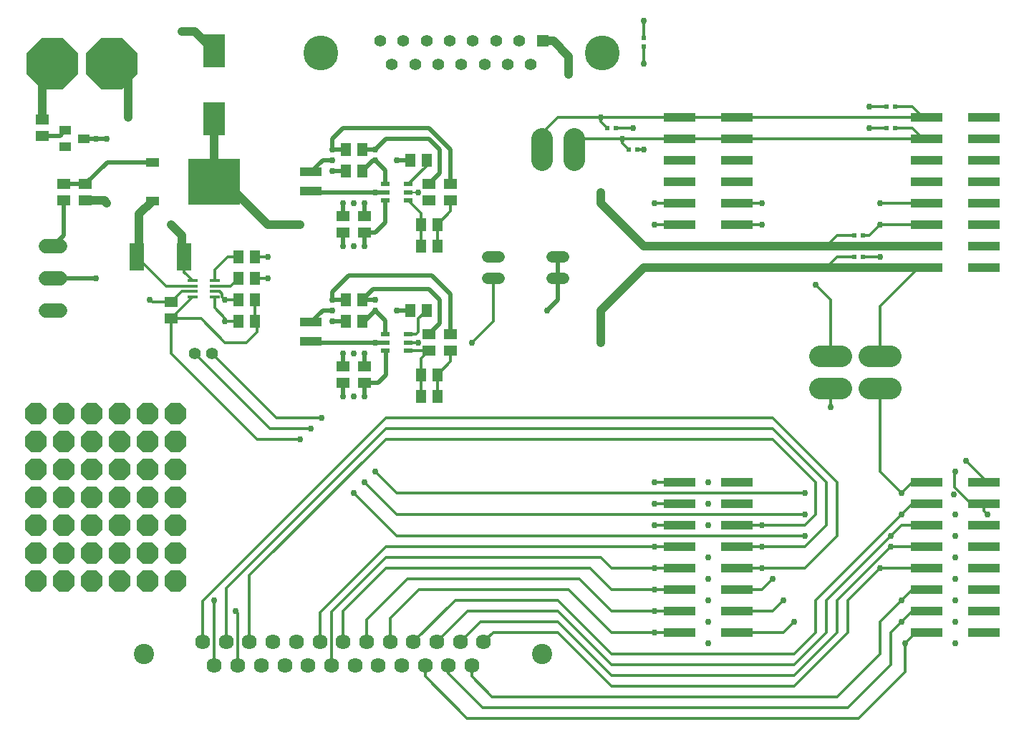
<source format=gbr>
G04 EAGLE Gerber RS-274X export*
G75*
%MOMM*%
%FSLAX34Y34*%
%LPD*%
%INTop Copper*%
%IPPOS*%
%AMOC8*
5,1,8,0,0,1.08239X$1,22.5*%
G01*
%ADD10R,1.300000X1.500000*%
%ADD11R,1.500000X1.300000*%
%ADD12R,2.500000X4.000000*%
%ADD13R,1.400000X1.000000*%
%ADD14R,2.540000X1.000000*%
%ADD15R,6.200000X5.400000*%
%ADD16R,1.600000X1.000000*%
%ADD17C,1.676400*%
%ADD18R,1.050000X0.600000*%
%ADD19P,6.511658X8X202.500000*%
%ADD20R,1.200000X0.400000*%
%ADD21C,1.408000*%
%ADD22C,1.320800*%
%ADD23R,1.408000X1.408000*%
%ADD24C,4.116000*%
%ADD25R,1.800000X3.200000*%
%ADD26C,1.790700*%
%ADD27C,2.400300*%
%ADD28C,2.552700*%
%ADD29R,3.750000X1.000000*%
%ADD30R,0.600000X0.500000*%
%ADD31R,0.500000X0.600000*%
%ADD32P,2.749271X8X22.500000*%
%ADD33C,0.756400*%
%ADD34C,0.508000*%
%ADD35C,0.152400*%
%ADD36C,0.304800*%
%ADD37C,1.016000*%
%ADD38C,0.308000*%
%ADD39C,0.200000*%


D10*
X409600Y698500D03*
X428600Y698500D03*
X409600Y723900D03*
X428600Y723900D03*
X517500Y635000D03*
X498500Y635000D03*
D11*
X406400Y447700D03*
X406400Y466700D03*
X431800Y447700D03*
X431800Y466700D03*
D10*
X504800Y533400D03*
X485800Y533400D03*
X409600Y520700D03*
X428600Y520700D03*
X409600Y546100D03*
X428600Y546100D03*
X517500Y457200D03*
X498500Y457200D03*
D12*
X254000Y760100D03*
X254000Y840100D03*
D11*
X406400Y625500D03*
X406400Y644500D03*
X431800Y625500D03*
X431800Y644500D03*
D10*
X504800Y711200D03*
X485800Y711200D03*
D13*
X99900Y736600D03*
X77900Y727100D03*
X77900Y746100D03*
D14*
X368300Y674300D03*
X368300Y697300D03*
X368300Y496500D03*
X368300Y519500D03*
D15*
X253600Y685800D03*
D16*
X180600Y708600D03*
X180600Y663000D03*
D11*
X508000Y682600D03*
X508000Y663600D03*
X50800Y758800D03*
X50800Y739800D03*
X533400Y485800D03*
X533400Y504800D03*
D10*
X498500Y431800D03*
X517500Y431800D03*
D11*
X508000Y504800D03*
X508000Y485800D03*
X76200Y663600D03*
X76200Y682600D03*
X101600Y682600D03*
X101600Y663600D03*
X533400Y663600D03*
X533400Y682600D03*
D10*
X498500Y609600D03*
X517500Y609600D03*
D17*
X71882Y533400D02*
X55118Y533400D01*
X55118Y571500D02*
X71882Y571500D01*
X71882Y609600D02*
X55118Y609600D01*
D18*
X456400Y682600D03*
X456400Y673100D03*
X456400Y663600D03*
X483400Y673100D03*
X483400Y663600D03*
X483400Y682600D03*
X456400Y504800D03*
X456400Y495300D03*
X456400Y485800D03*
X483400Y495300D03*
X483400Y485800D03*
X483400Y504800D03*
D19*
X132800Y825500D03*
X62800Y825500D03*
D20*
X228300Y568550D03*
X228300Y562050D03*
X228300Y555550D03*
X228300Y549050D03*
X254300Y549050D03*
X254300Y555550D03*
X254300Y562050D03*
X254300Y568550D03*
D10*
X301600Y571500D03*
X282600Y571500D03*
X301600Y596900D03*
X282600Y596900D03*
X282600Y520700D03*
X301600Y520700D03*
X282600Y546100D03*
X301600Y546100D03*
D21*
X251300Y482600D03*
X231300Y482600D03*
D11*
X203200Y542900D03*
X203200Y523900D03*
D22*
X577596Y596900D02*
X590804Y596900D01*
X590804Y571500D02*
X577596Y571500D01*
X653796Y571500D02*
X667004Y571500D01*
X667004Y596900D02*
X653796Y596900D01*
D21*
X450200Y852400D03*
X477600Y852400D03*
X505000Y852400D03*
X532400Y852400D03*
X559800Y852400D03*
X587200Y852400D03*
X614600Y852400D03*
D23*
X642000Y852400D03*
D21*
X463900Y824000D03*
X491300Y824000D03*
X518700Y824000D03*
X546100Y824000D03*
X573500Y824000D03*
X600900Y824000D03*
X628300Y824000D03*
D24*
X379500Y838200D03*
X712700Y838200D03*
D25*
X162500Y596900D03*
X218500Y596900D03*
D26*
X406400Y141224D03*
X434086Y141224D03*
X461772Y141224D03*
X489458Y141224D03*
X517144Y141224D03*
X544830Y141224D03*
X572516Y141224D03*
X378714Y141224D03*
X351028Y141224D03*
X323342Y141224D03*
X295656Y141224D03*
X267970Y141224D03*
X240284Y141224D03*
X558673Y112776D03*
X530987Y112776D03*
X503301Y112776D03*
X475615Y112776D03*
X447929Y112776D03*
X420243Y112776D03*
X392557Y112776D03*
X364871Y112776D03*
X337185Y112776D03*
X309499Y112776D03*
X281813Y112776D03*
X254127Y112776D03*
D27*
X171196Y127000D03*
X641604Y127000D03*
D28*
X641350Y711137D02*
X641350Y736664D01*
X679450Y736664D02*
X679450Y711137D01*
D29*
X804450Y330200D03*
X871950Y330200D03*
X804450Y304800D03*
X871950Y304800D03*
X804450Y279400D03*
X871950Y279400D03*
X804450Y254000D03*
X871950Y254000D03*
X804450Y228600D03*
X871950Y228600D03*
X804450Y203200D03*
X871950Y203200D03*
X804450Y177800D03*
X871950Y177800D03*
X804450Y152400D03*
X871950Y152400D03*
X804450Y762000D03*
X871950Y762000D03*
X804450Y736600D03*
X871950Y736600D03*
X804450Y711200D03*
X871950Y711200D03*
X804450Y685800D03*
X871950Y685800D03*
X804450Y660400D03*
X871950Y660400D03*
X804450Y635000D03*
X871950Y635000D03*
X804450Y609600D03*
X871950Y609600D03*
X804450Y584200D03*
X871950Y584200D03*
X1096550Y762000D03*
X1164050Y762000D03*
X1096550Y736600D03*
X1164050Y736600D03*
X1096550Y711200D03*
X1164050Y711200D03*
X1096550Y685800D03*
X1164050Y685800D03*
X1096550Y660400D03*
X1164050Y660400D03*
X1096550Y635000D03*
X1164050Y635000D03*
X1096550Y609600D03*
X1164050Y609600D03*
X1096550Y584200D03*
X1164050Y584200D03*
X1096550Y330200D03*
X1164050Y330200D03*
X1096550Y304800D03*
X1164050Y304800D03*
X1096550Y279400D03*
X1164050Y279400D03*
X1096550Y254000D03*
X1164050Y254000D03*
X1096550Y228600D03*
X1164050Y228600D03*
X1096550Y203200D03*
X1164050Y203200D03*
X1096550Y177800D03*
X1164050Y177800D03*
X1096550Y152400D03*
X1164050Y152400D03*
D30*
X744300Y723900D03*
X754300Y723900D03*
X718900Y749300D03*
X728900Y749300D03*
D31*
X762000Y855900D03*
X762000Y845900D03*
D30*
X1059100Y774700D03*
X1049100Y774700D03*
X1059100Y749300D03*
X1049100Y749300D03*
X1011000Y622300D03*
X1021000Y622300D03*
X1011000Y596900D03*
X1021000Y596900D03*
D32*
X43180Y411480D03*
X43180Y378460D03*
X43180Y345440D03*
X43180Y312420D03*
X43180Y279400D03*
X43180Y246380D03*
X76200Y411480D03*
X76200Y378460D03*
X76200Y345440D03*
X76200Y312420D03*
X109220Y312420D03*
X76200Y279400D03*
X109220Y411480D03*
X76200Y246380D03*
X109220Y378460D03*
X76200Y213360D03*
X109220Y345440D03*
X109220Y213360D03*
X109220Y279400D03*
X142240Y411480D03*
X109220Y246380D03*
X142240Y378460D03*
X43180Y213360D03*
X142240Y345440D03*
X142240Y312420D03*
X142240Y279400D03*
X142240Y246380D03*
X142240Y213360D03*
X175260Y246380D03*
X175260Y378460D03*
X175260Y213360D03*
X175260Y345440D03*
X208280Y411480D03*
X175260Y312420D03*
X175260Y411480D03*
X175260Y279400D03*
X208280Y378460D03*
X208280Y213360D03*
X208280Y345440D03*
X208280Y312420D03*
X208280Y279400D03*
X208280Y246380D03*
D28*
X1028637Y440690D02*
X1054164Y440690D01*
X1054164Y478790D02*
X1028637Y478790D01*
X995744Y478790D02*
X970217Y478790D01*
X970217Y440690D02*
X995744Y440690D01*
D33*
X444500Y546100D03*
X444500Y533400D03*
X431800Y482600D03*
X419100Y482600D03*
X406400Y482600D03*
D34*
X456400Y504800D02*
X456400Y521500D01*
X444500Y533400D01*
X508000Y504800D02*
X520700Y517500D01*
X520700Y546100D01*
X508000Y558800D01*
X441300Y558800D02*
X428600Y546100D01*
X441300Y558800D02*
X508000Y558800D01*
X406400Y482600D02*
X406400Y466700D01*
X431800Y466700D02*
X431800Y482600D01*
D35*
X431800Y520700D02*
X428600Y520700D01*
D34*
X431800Y520700D02*
X444500Y533400D01*
X444500Y546100D02*
X428600Y546100D01*
D33*
X406400Y660400D03*
X419100Y660400D03*
X431800Y660400D03*
X444500Y723900D03*
X444500Y711200D03*
D34*
X444500Y723900D02*
X428600Y723900D01*
X441300Y711200D02*
X428600Y698500D01*
X441300Y711200D02*
X444500Y711200D01*
X456400Y699300D02*
X456400Y682600D01*
X456400Y699300D02*
X444500Y711200D01*
X406400Y660400D02*
X406400Y644500D01*
X431800Y644500D02*
X431800Y660400D01*
X508000Y682600D02*
X520700Y695300D01*
X520700Y723900D01*
X508000Y736600D01*
X457200Y736600D01*
X444500Y723900D01*
D36*
X228300Y555550D02*
X215834Y555550D01*
X203200Y542900D01*
D34*
X660400Y571500D02*
X660400Y596900D01*
D33*
X647700Y533400D03*
D34*
X660400Y546100D02*
X660400Y571500D01*
X660400Y546100D02*
X647700Y533400D01*
X114300Y571500D02*
X63500Y571500D01*
D36*
X181000Y542900D02*
X203200Y542900D01*
X181000Y542900D02*
X177800Y546100D01*
D33*
X114300Y571500D03*
X177800Y546100D03*
D37*
X50800Y758800D02*
X50800Y774700D01*
X50800Y813500D01*
X62800Y825500D01*
X230500Y863600D02*
X254000Y840100D01*
X230500Y863600D02*
X228600Y863600D01*
D33*
X215900Y863600D03*
D37*
X228600Y863600D01*
D33*
X228600Y863600D03*
X50800Y774700D03*
X317500Y596900D03*
X317500Y571500D03*
D36*
X317500Y596900D02*
X301600Y596900D01*
X871950Y660400D02*
X901700Y660400D01*
X901700Y635000D02*
X871950Y635000D01*
D33*
X901700Y635000D03*
X901700Y660400D03*
D36*
X804450Y660400D02*
X774700Y660400D01*
X774700Y635000D02*
X804450Y635000D01*
D33*
X774700Y635000D03*
X774700Y660400D03*
D36*
X1041400Y635000D02*
X1096550Y635000D01*
X1096550Y660400D02*
X1041400Y660400D01*
D33*
X1041400Y635000D03*
X1041400Y660400D03*
D37*
X673100Y834000D02*
X654700Y852400D01*
X642000Y852400D01*
X673100Y834000D02*
X673100Y812800D01*
D33*
X673100Y812800D03*
D36*
X317500Y571500D02*
X301600Y571500D01*
D38*
X754300Y723900D02*
X762000Y723900D01*
D33*
X762000Y723900D03*
D38*
X749300Y749300D02*
X728900Y749300D01*
D33*
X749300Y749300D03*
D38*
X762000Y825500D02*
X762000Y845900D01*
D33*
X762000Y825500D03*
D38*
X1028700Y774700D02*
X1049100Y774700D01*
D33*
X1028700Y774700D03*
D38*
X1028700Y749300D02*
X1049100Y749300D01*
D33*
X1028700Y749300D03*
D38*
X1028700Y622300D02*
X1021000Y622300D01*
X1028700Y622300D02*
X1041400Y635000D01*
X1041400Y596900D02*
X1021000Y596900D01*
D33*
X1041400Y596900D03*
X1130300Y139700D03*
X1130300Y165100D03*
X1130300Y190500D03*
X1128315Y315515D03*
X1130300Y292100D03*
X1130300Y266700D03*
X1130300Y241300D03*
X1130300Y215900D03*
X838200Y330200D03*
X838200Y304800D03*
X838200Y279400D03*
X838200Y139700D03*
X838200Y165100D03*
X838200Y190500D03*
X838200Y215900D03*
X838200Y241300D03*
D36*
X982980Y419100D02*
X982980Y440690D01*
D33*
X982980Y419100D03*
D34*
X406400Y431800D02*
X406400Y447700D01*
D35*
X431800Y447700D02*
X431800Y444500D01*
D33*
X406400Y431800D03*
X431800Y431800D03*
D34*
X431800Y444500D01*
D33*
X406400Y609600D03*
X431800Y609600D03*
X419100Y609600D03*
D34*
X456400Y637400D02*
X456400Y663600D01*
X456400Y637400D02*
X444500Y625500D01*
X431800Y625500D01*
X431800Y609600D01*
X406400Y609600D02*
X406400Y625500D01*
X431800Y447700D02*
X447700Y447700D01*
X457200Y457200D01*
X457200Y485000D01*
X456400Y485800D01*
D37*
X253600Y685800D02*
X253600Y759700D01*
X254000Y760100D01*
X253600Y685800D02*
X266700Y685800D01*
X317500Y635000D01*
X342900Y635000D01*
D33*
X355600Y635000D03*
D37*
X342900Y635000D01*
D33*
X342900Y635000D03*
X393700Y546100D03*
X393700Y533400D03*
X393700Y520700D03*
D34*
X393700Y546100D02*
X409600Y546100D01*
X409600Y520700D02*
X393700Y520700D01*
X382200Y533400D02*
X368300Y519500D01*
X382200Y533400D02*
X393700Y533400D01*
D35*
X533400Y504800D02*
X536448Y507848D01*
D34*
X413076Y574548D02*
X393700Y555172D01*
X393700Y546100D01*
X533400Y552196D02*
X533400Y504800D01*
X533400Y552196D02*
X511048Y574548D01*
X413076Y574548D01*
D37*
X804450Y584200D02*
X871950Y584200D01*
X939800Y584200D01*
X977900Y584200D01*
X1087120Y584200D01*
X1096550Y584200D01*
X804450Y584200D02*
X762000Y584200D01*
X711200Y533400D01*
X711200Y508000D01*
D33*
X711200Y495300D03*
D37*
X711200Y508000D01*
D33*
X711200Y508000D03*
X939800Y584200D03*
D38*
X762000Y855900D02*
X762000Y876300D01*
D33*
X762000Y876300D03*
D38*
X990600Y596900D02*
X1011000Y596900D01*
X990600Y596900D02*
X977900Y584200D01*
D36*
X1041400Y538480D02*
X1041400Y478790D01*
X1041400Y538480D02*
X1087120Y584200D01*
X517500Y609600D02*
X517500Y635000D01*
X533400Y650900D01*
X533400Y663600D01*
X498500Y635000D02*
X498500Y609600D01*
X498500Y635000D02*
X498500Y648500D01*
X483400Y663600D01*
D35*
X504800Y704000D02*
X504800Y711200D01*
D36*
X504800Y704000D02*
X483400Y682600D01*
D33*
X444500Y673100D03*
X469900Y711200D03*
D34*
X485800Y711200D01*
X456400Y673100D02*
X444500Y673100D01*
D35*
X369500Y673100D02*
X368300Y674300D01*
D34*
X369500Y673100D02*
X444500Y673100D01*
D36*
X533400Y473100D02*
X517500Y457200D01*
X533400Y473100D02*
X533400Y485800D01*
X517500Y457200D02*
X517500Y431800D01*
X498500Y457200D02*
X498500Y476300D01*
X508000Y485800D01*
X498500Y457200D02*
X498500Y431800D01*
X508000Y485800D02*
X483400Y485800D01*
X495300Y523900D02*
X504800Y533400D01*
X495300Y508000D02*
X492100Y504800D01*
X483400Y504800D01*
X495300Y508000D02*
X495300Y523900D01*
D34*
X456400Y495300D02*
X444500Y495300D01*
X369500Y495300D01*
D35*
X368300Y496500D01*
D33*
X444500Y495300D03*
X469900Y533400D03*
D34*
X485800Y533400D01*
D33*
X393700Y723900D03*
X393700Y711200D03*
X393700Y698500D03*
D34*
X382200Y711200D02*
X368300Y697300D01*
X382200Y711200D02*
X393700Y711200D01*
X393700Y698500D02*
X409600Y698500D01*
X409600Y723900D02*
X393700Y723900D01*
X533400Y723900D02*
X533400Y682600D01*
X533400Y723900D02*
X508000Y749300D01*
X406400Y749300D02*
X393700Y736600D01*
X393700Y723900D01*
X406400Y749300D02*
X508000Y749300D01*
D37*
X804450Y609600D02*
X871950Y609600D01*
X965200Y609600D01*
X977900Y609600D01*
X1096550Y609600D01*
X804450Y609600D02*
X762000Y609600D01*
X711200Y660400D01*
X711200Y673100D01*
D33*
X711200Y673100D03*
X711200Y660400D03*
D38*
X990600Y622300D02*
X1011000Y622300D01*
X990600Y622300D02*
X977900Y609600D01*
D33*
X965200Y609600D03*
D36*
X982980Y546100D02*
X982980Y478790D01*
X982980Y546100D02*
X965200Y563880D01*
D33*
X965200Y563880D03*
X495300Y673100D03*
D39*
X483400Y673100D01*
D33*
X495300Y495300D03*
D36*
X483400Y495300D01*
D33*
X558800Y495300D03*
D36*
X584200Y520700D01*
X584200Y571500D01*
X254300Y568550D02*
X254300Y581300D01*
X269900Y596900D01*
X282600Y596900D01*
X273150Y562050D02*
X254300Y562050D01*
X273150Y562050D02*
X282600Y571500D01*
D33*
X266700Y546100D03*
D39*
X259370Y555550D02*
X254300Y555550D01*
D36*
X266700Y546100D02*
X282600Y546100D01*
X263348Y549452D02*
X263348Y552313D01*
X263348Y549452D02*
X266700Y546100D01*
X260111Y555550D02*
X254300Y555550D01*
X260111Y555550D02*
X263348Y552313D01*
X231300Y482600D02*
X320200Y393700D01*
X368300Y393700D01*
D33*
X368300Y393700D03*
X431800Y330200D03*
D36*
X469900Y292100D01*
X952500Y292100D01*
D33*
X952500Y292100D03*
X1130300Y342900D03*
D36*
X1129552Y342152D01*
X1129552Y323938D01*
X1148690Y304800D02*
X1164050Y304800D01*
X1148690Y304800D02*
X1129552Y323938D01*
D33*
X1168400Y292100D03*
D38*
X1164050Y296450D01*
X1164050Y304800D01*
D36*
X282600Y520700D02*
X266700Y520700D01*
X266700Y523900D01*
X254300Y536300D01*
X254300Y549050D01*
X279400Y520700D02*
X282600Y520700D01*
X251300Y482600D02*
X327500Y406400D01*
X381000Y406400D01*
D33*
X381000Y406400D03*
X444500Y342900D03*
D36*
X469900Y317500D01*
X800100Y317500D01*
D33*
X952500Y317500D03*
D36*
X800100Y317500D01*
D33*
X1143000Y355600D03*
D36*
X1164050Y334550D01*
X1164050Y330200D01*
D33*
X266700Y520700D03*
D36*
X228300Y568550D02*
X220625Y576225D01*
X218500Y578350D01*
X218500Y596900D01*
D33*
X152400Y762000D03*
X152400Y774700D03*
X203200Y635000D03*
X215900Y622300D03*
D37*
X152400Y805900D02*
X132800Y825500D01*
X152400Y805900D02*
X152400Y774700D01*
X152400Y762000D01*
X215900Y599500D02*
X218500Y596900D01*
X215900Y599500D02*
X215900Y622300D01*
X203200Y635000D01*
D36*
X197350Y562050D02*
X228300Y562050D01*
X197350Y562050D02*
X162500Y596900D01*
D37*
X165100Y599500D01*
X165100Y647500D02*
X180600Y663000D01*
X165100Y647500D02*
X165100Y599500D01*
D33*
X127000Y736600D03*
X114300Y736600D03*
D34*
X99900Y736600D01*
X114300Y736600D02*
X127000Y736600D01*
D37*
X123800Y663600D02*
X101600Y663600D01*
X123800Y663600D02*
X127000Y660400D01*
D33*
X127000Y660400D03*
X165100Y647700D03*
D34*
X71600Y739800D02*
X50800Y739800D01*
X71600Y739800D02*
X77900Y746100D01*
X76200Y663600D02*
X76200Y622300D01*
X63500Y609600D01*
D35*
X101600Y680833D02*
X101600Y682600D01*
D34*
X127600Y708600D01*
X180600Y708600D01*
X101600Y682600D02*
X76200Y682600D01*
D33*
X419100Y431800D03*
D36*
X228300Y549050D02*
X203200Y523950D01*
D39*
X203200Y523900D01*
D36*
X301600Y520700D02*
X301600Y546100D01*
X301600Y520700D02*
X304800Y517500D01*
X304800Y508000D01*
X292100Y495300D01*
X238100Y523900D02*
X203200Y523900D01*
X266700Y495300D02*
X292100Y495300D01*
X266700Y495300D02*
X238100Y523900D01*
X203200Y523900D02*
X203200Y482600D01*
X304800Y381000D01*
X355600Y381000D01*
D33*
X355600Y381000D03*
X419100Y317500D03*
D36*
X469900Y266700D01*
X952500Y266700D01*
D33*
X952500Y266700D03*
X1066800Y317500D03*
D36*
X1079500Y330200D01*
X1096550Y330200D01*
X1041400Y342900D02*
X1041400Y440690D01*
X1041400Y342900D02*
X1066800Y317500D01*
X1092200Y762000D02*
X1096550Y762000D01*
X1092200Y762000D02*
X871950Y762000D01*
X804450Y762000D02*
X711200Y762000D01*
X660400Y762000D01*
X641350Y742950D01*
X641350Y723900D01*
X804450Y762000D02*
X871950Y762000D01*
D33*
X711200Y762000D03*
D38*
X711200Y757000D02*
X718900Y749300D01*
X711200Y757000D02*
X711200Y762000D01*
X1059100Y774700D02*
X1079500Y774700D01*
X1092200Y762000D01*
D36*
X1092200Y736600D02*
X1096550Y736600D01*
X1092200Y736600D02*
X871950Y736600D01*
X692150Y736600D02*
X679450Y723900D01*
X736600Y736600D02*
X804450Y736600D01*
X736600Y736600D02*
X692150Y736600D01*
X804450Y736600D02*
X871950Y736600D01*
D33*
X736600Y736600D03*
D38*
X736600Y731600D02*
X744300Y723900D01*
X736600Y731600D02*
X736600Y736600D01*
X1059100Y749300D02*
X1079500Y749300D01*
X1092200Y736600D01*
D36*
X804450Y330200D02*
X791750Y330200D01*
X804450Y330200D02*
X774700Y330200D01*
D33*
X774700Y330200D03*
D36*
X787400Y304800D02*
X804450Y304800D01*
X791750Y304800D01*
X804450Y304800D02*
X774700Y304800D01*
D33*
X774700Y304800D03*
D36*
X787400Y279400D02*
X804450Y279400D01*
X774700Y279400D01*
D33*
X774700Y279400D03*
D36*
X685800Y215900D02*
X723900Y177800D01*
X482600Y215900D02*
X434086Y167386D01*
X434086Y141224D01*
X774700Y177800D02*
X804450Y177800D01*
X774700Y177800D02*
X723900Y177800D01*
X685800Y215900D02*
X482600Y215900D01*
D33*
X774700Y177800D03*
D36*
X871950Y279400D02*
X901700Y279400D01*
X952500Y279400D01*
X965200Y292100D01*
X965200Y330200D01*
X914400Y381000D01*
X295656Y219456D02*
X295656Y141224D01*
X295656Y219456D02*
X457200Y381000D01*
X914400Y381000D01*
D33*
X901700Y279400D03*
D36*
X901700Y254000D02*
X871950Y254000D01*
X901700Y254000D02*
X952500Y254000D01*
X977900Y279400D02*
X977900Y330200D01*
X914400Y393700D01*
X977900Y279400D02*
X952500Y254000D01*
X267970Y204470D02*
X267970Y141224D01*
X267970Y204470D02*
X457200Y393700D01*
X914400Y393700D01*
D33*
X901700Y254000D03*
D36*
X901700Y228600D02*
X871950Y228600D01*
X901700Y228600D02*
X952500Y228600D01*
X990600Y266700D01*
X990600Y330200D01*
X914400Y406400D01*
X457200Y406400D02*
X240284Y189484D01*
X240284Y141224D01*
X457200Y406400D02*
X914400Y406400D01*
D33*
X901700Y228600D03*
D36*
X804450Y254000D02*
X774700Y254000D01*
X457200Y254000D01*
X378714Y175514D01*
X378714Y141224D01*
D33*
X774700Y254000D03*
D36*
X723900Y228600D02*
X711200Y241300D01*
X457200Y241300D01*
X392557Y176657D01*
X392557Y112776D01*
X774700Y228600D02*
X804450Y228600D01*
X774700Y228600D02*
X723900Y228600D01*
D33*
X774700Y228600D03*
D36*
X774700Y203200D02*
X804450Y203200D01*
X774700Y203200D02*
X723900Y203200D01*
X698500Y228600D01*
X457200Y228600D01*
X406400Y177800D01*
X406400Y141224D01*
D33*
X774700Y203200D03*
D36*
X774700Y152400D02*
X804450Y152400D01*
X774700Y152400D02*
X723900Y152400D01*
X673100Y203200D01*
X496062Y203200D01*
X461772Y168910D01*
X461772Y141224D01*
D33*
X774700Y152400D03*
X914400Y215900D03*
D36*
X901700Y203200D02*
X871950Y203200D01*
X901700Y203200D02*
X914400Y215900D01*
D33*
X927100Y190500D03*
D36*
X914400Y177800D02*
X871950Y177800D01*
X914400Y177800D02*
X927100Y190500D01*
D33*
X279400Y177800D03*
D36*
X281813Y175387D01*
X281813Y112776D01*
D33*
X939800Y165100D03*
D36*
X927100Y152400D02*
X871950Y152400D01*
X927100Y152400D02*
X939800Y165100D01*
D33*
X254000Y190500D03*
D36*
X254127Y190373D01*
X254127Y112776D01*
X1041400Y228600D02*
X1096550Y228600D01*
X1041400Y228600D02*
X1003300Y190500D01*
X1003300Y152400D01*
X939800Y88900D01*
X723900Y88900D01*
X660400Y152400D01*
X583692Y152400D01*
X572516Y141224D01*
D33*
X1041400Y228600D03*
D36*
X1054100Y254000D02*
X1096550Y254000D01*
X1054100Y254000D02*
X990600Y190500D01*
X990600Y152400D02*
X939800Y101600D01*
X723900Y101600D01*
X660400Y165100D01*
X568706Y165100D01*
X544830Y141224D01*
X990600Y152400D02*
X990600Y190500D01*
D33*
X1054100Y254000D03*
D36*
X1066800Y279400D02*
X1096550Y279400D01*
X1066800Y279400D02*
X1054100Y266700D01*
X977900Y190500D01*
X977900Y152400D02*
X939800Y114300D01*
X723900Y114300D02*
X660400Y177800D01*
X553720Y177800D01*
X517144Y141224D01*
X977900Y152400D02*
X977900Y190500D01*
X939800Y114300D02*
X723900Y114300D01*
D33*
X1054100Y266700D03*
D36*
X1079500Y304800D02*
X1096550Y304800D01*
X1079500Y304800D02*
X1066800Y292100D01*
X965200Y190500D01*
X965200Y152400D01*
X939800Y127000D01*
X723900Y127000D01*
X660400Y190500D01*
X538734Y190500D01*
X489458Y141224D01*
D33*
X1066800Y292100D03*
D36*
X1079500Y203200D02*
X1096550Y203200D01*
X1079500Y203200D02*
X1066800Y190500D01*
X1041400Y165100D01*
X1041400Y127000D01*
X990600Y76200D01*
X582549Y76200D01*
X558673Y100076D01*
X558673Y112776D01*
D33*
X1066800Y190500D03*
D36*
X1079500Y177800D02*
X1096550Y177800D01*
X1079500Y177800D02*
X1066800Y165100D01*
X1054100Y152400D01*
X1054100Y114300D01*
X1003300Y63500D01*
X571500Y63500D01*
X530987Y104013D01*
X530987Y112776D01*
D33*
X1066800Y165100D03*
D36*
X1083850Y152400D02*
X1096550Y152400D01*
X1083850Y152400D02*
X1071150Y139700D01*
X1071150Y105950D01*
X1016000Y50800D01*
X552577Y50800D01*
X503301Y100076D01*
X503301Y112776D01*
D33*
X1071150Y139700D03*
M02*

</source>
